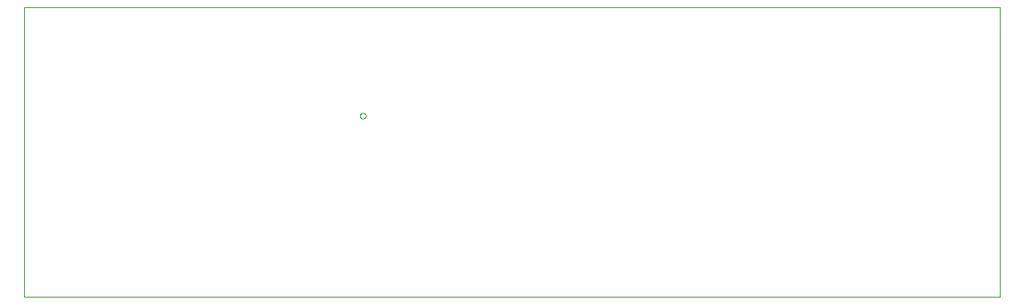
<source format=gko>
G75*
%MOIN*%
%OFA0B0*%
%FSLAX24Y24*%
%IPPOS*%
%LPD*%
%AMOC8*
5,1,8,0,0,1.08239X$1,22.5*
%
%ADD10C,0.0000*%
D10*
X000180Y000180D02*
X000180Y012176D01*
X040550Y012176D01*
X040550Y000180D01*
X000180Y000180D01*
X014062Y007680D02*
X014064Y007701D01*
X014070Y007721D01*
X014079Y007741D01*
X014091Y007758D01*
X014106Y007772D01*
X014124Y007784D01*
X014144Y007792D01*
X014164Y007797D01*
X014185Y007798D01*
X014206Y007795D01*
X014226Y007789D01*
X014245Y007778D01*
X014262Y007765D01*
X014275Y007749D01*
X014286Y007731D01*
X014294Y007711D01*
X014298Y007691D01*
X014298Y007669D01*
X014294Y007649D01*
X014286Y007629D01*
X014275Y007611D01*
X014262Y007595D01*
X014245Y007582D01*
X014226Y007571D01*
X014206Y007565D01*
X014185Y007562D01*
X014164Y007563D01*
X014144Y007568D01*
X014124Y007576D01*
X014106Y007588D01*
X014091Y007602D01*
X014079Y007619D01*
X014070Y007639D01*
X014064Y007659D01*
X014062Y007680D01*
M02*

</source>
